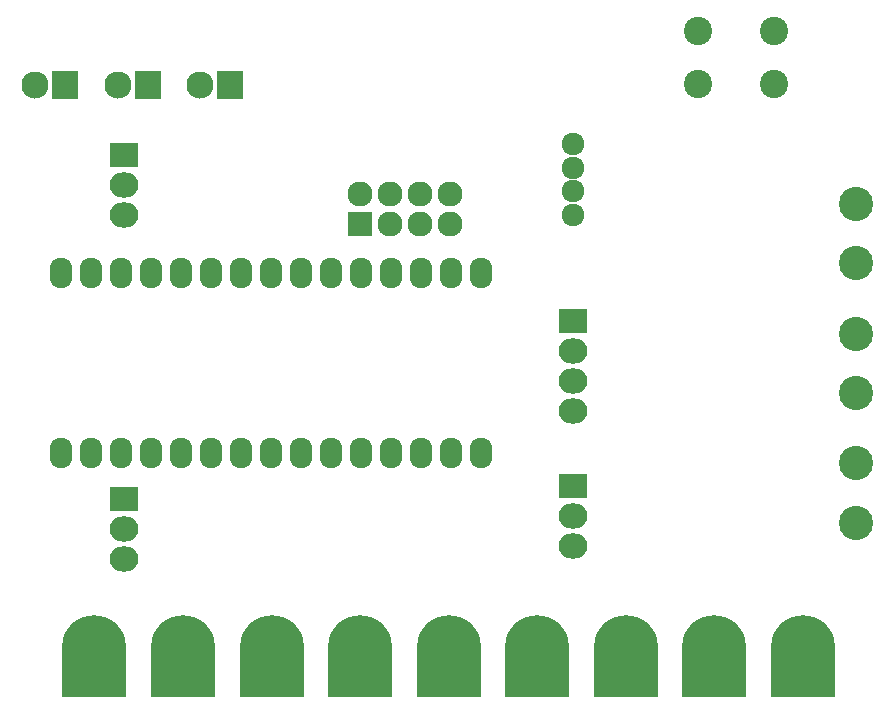
<source format=gbs>
G04 #@! TF.FileFunction,Soldermask,Bot*
%FSLAX46Y46*%
G04 Gerber Fmt 4.6, Leading zero omitted, Abs format (unit mm)*
G04 Created by KiCad (PCBNEW 4.0.7) date 09/18/17 08:38:16*
%MOMM*%
%LPD*%
G01*
G04 APERTURE LIST*
%ADD10C,0.100000*%
%ADD11C,2.900000*%
%ADD12R,2.300000X2.400000*%
%ADD13C,2.300000*%
%ADD14O,1.924000X2.599640*%
%ADD15O,1.924000X2.597100*%
%ADD16R,2.432000X2.127200*%
%ADD17O,2.432000X2.127200*%
%ADD18C,1.924000*%
%ADD19C,2.398980*%
%ADD20C,5.400000*%
%ADD21R,5.400000X4.400000*%
%ADD22R,2.127200X2.127200*%
%ADD23O,2.127200X2.127200*%
G04 APERTURE END LIST*
D10*
D11*
X180600000Y-82430500D03*
X180600000Y-77430500D03*
D12*
X113600000Y-67400000D03*
D13*
X111060000Y-67400000D03*
D12*
X120600000Y-67400000D03*
D13*
X118060000Y-67400000D03*
D12*
X127600000Y-67400000D03*
D13*
X125060000Y-67400000D03*
D14*
X148860500Y-83310500D03*
X146320500Y-83310500D03*
X143780500Y-83310500D03*
X141240500Y-83310500D03*
X138700500Y-83310500D03*
X136160500Y-83310500D03*
X133620500Y-83310500D03*
X131080500Y-83310500D03*
X128540500Y-83310500D03*
X126000500Y-83310500D03*
X123460500Y-83310500D03*
X120920500Y-83310500D03*
X118380500Y-83310500D03*
X115840500Y-83310500D03*
X113300500Y-83310500D03*
X113300500Y-98550500D03*
X115840500Y-98550500D03*
X118380500Y-98550500D03*
X120920500Y-98550500D03*
D15*
X123460500Y-98550500D03*
X126000500Y-98550500D03*
X128540500Y-98550500D03*
X131080500Y-98550500D03*
X133620500Y-98550500D03*
X136160500Y-98550500D03*
X138700500Y-98550500D03*
X141240500Y-98550500D03*
X143780500Y-98550500D03*
X146320500Y-98550500D03*
X148860500Y-98550500D03*
D16*
X156600000Y-101360000D03*
D17*
X156600000Y-103900000D03*
X156600000Y-106440000D03*
D16*
X156600000Y-87400000D03*
D17*
X156600000Y-89940000D03*
X156600000Y-92480000D03*
X156600000Y-95020000D03*
D18*
X156600000Y-72400000D03*
X156600000Y-74400000D03*
X156600000Y-76400000D03*
X156600000Y-78400000D03*
D11*
X180600000Y-104430500D03*
X180600000Y-99430500D03*
X180600000Y-93430500D03*
X180600000Y-88430500D03*
D19*
X167168800Y-67330440D03*
X173671200Y-62829560D03*
X167168800Y-62829560D03*
X173671200Y-67330440D03*
D16*
X118600000Y-102400000D03*
D17*
X118600000Y-104940000D03*
X118600000Y-107480000D03*
D16*
X118600000Y-73320000D03*
D17*
X118600000Y-75860000D03*
X118600000Y-78400000D03*
D20*
X138600000Y-115000000D03*
D21*
X138600000Y-117000000D03*
D20*
X161100000Y-115000000D03*
D21*
X161100000Y-117000000D03*
D20*
X131100000Y-115000000D03*
D21*
X131100000Y-117000000D03*
D20*
X123600000Y-115000000D03*
D21*
X123600000Y-117000000D03*
D20*
X168600000Y-115000000D03*
D21*
X168600000Y-117000000D03*
D20*
X176100000Y-115000000D03*
D21*
X176100000Y-117000000D03*
D20*
X116100000Y-115000000D03*
D21*
X116100000Y-117000000D03*
D20*
X146100000Y-115000000D03*
D21*
X146100000Y-117000000D03*
D20*
X153600000Y-115000000D03*
D21*
X153600000Y-117000000D03*
D22*
X138600000Y-79150000D03*
D23*
X138600000Y-76610000D03*
X141140000Y-79150000D03*
X141140000Y-76610000D03*
X143680000Y-79150000D03*
X143680000Y-76610000D03*
X146220000Y-79150000D03*
X146220000Y-76610000D03*
M02*

</source>
